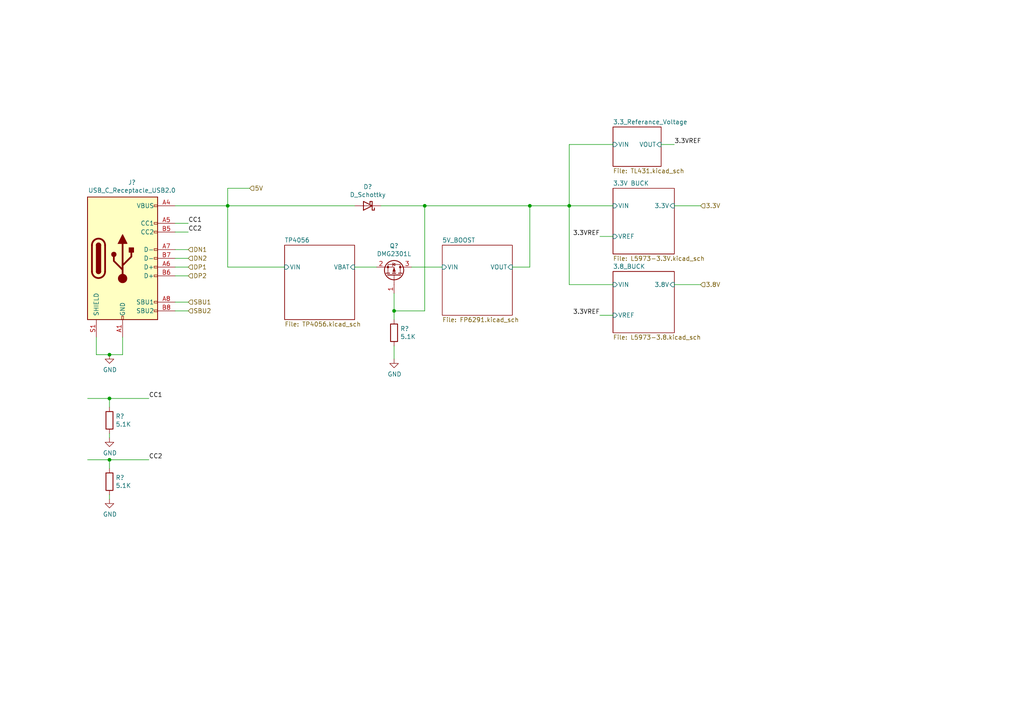
<source format=kicad_sch>
(kicad_sch (version 20230121) (generator eeschema)
  (paper "A4")
  (lib_symbols
    (symbol "Connector:USB_C_Receptacle_USB2.0" (pin_names (offset 1.016))
      (property "Reference" "J" (at -10.16 19.05 0))
      (property "Value" "USB_C_Receptacle_USB2.0" (at 19.05 19.05 0))
      (symbol "USB_C_Receptacle_USB2.0_0_0"
        (rectangle (start -0.254 -17.78) (end 0.254 -16.764))
        (rectangle (start 10.16 -14.986) (end 9.144 -15.494))
        (rectangle (start 10.16 -12.446) (end 9.144 -12.954))
        (rectangle (start 10.16 -4.826) (end 9.144 -5.334))
        (rectangle (start 10.16 -2.286) (end 9.144 -2.794))
        (rectangle (start 10.16 0.254) (end 9.144 -0.254))
        (rectangle (start 10.16 2.794) (end 9.144 2.286))
        (rectangle (start 10.16 7.874) (end 9.144 7.366))
        (rectangle (start 10.16 10.414) (end 9.144 9.906))
        (rectangle (start 10.16 15.494) (end 9.144 14.986))
      )
      (symbol "USB_C_Receptacle_USB2.0_0_1"
        (rectangle (start -10.16 17.78) (end 10.16 -17.78) (stroke (width 0.254)) (fill (type background)))
        (arc (start -8.89 -3.81) (mid -6.985 -5.7067) (end -5.08 -3.81) (stroke (width 0.508)))
        (arc (start -7.62 -3.81) (mid -6.985 -4.4423) (end -6.35 -3.81) (stroke (width 0.254)))
        (arc (start -7.62 -3.81) (mid -6.985 -4.4423) (end -6.35 -3.81) (stroke (width 0.254)) (fill (type outline)))
        (rectangle (start -7.62 -3.81) (end -6.35 3.81) (stroke (width 0.254)) (fill (type outline)))
        (arc (start -6.35 3.81) (mid -6.985 4.4423) (end -7.62 3.81) (stroke (width 0.254)))
        (arc (start -6.35 3.81) (mid -6.985 4.4423) (end -7.62 3.81) (stroke (width 0.254)) (fill (type outline)))
        (arc (start -5.08 3.81) (mid -6.985 5.7067) (end -8.89 3.81) (stroke (width 0.508)))
        (circle (center -2.54 1.143) (radius 0.635) (stroke (width 0.254)) (fill (type outline)))
        (circle (center 0 -5.842) (radius 1.27) (fill (type outline)))
        (polyline (pts (xy -8.89 -3.81) (xy -8.89 3.81)) (stroke (width 0.508)))
        (polyline (pts (xy -5.08 3.81) (xy -5.08 -3.81)) (stroke (width 0.508)))
        (polyline (pts (xy 0 -5.842) (xy 0 4.318)) (stroke (width 0.508)))
        (polyline (pts (xy 0 -3.302) (xy -2.54 -0.762) (xy -2.54 0.508)) (stroke (width 0.508)))
        (polyline (pts (xy 0 -2.032) (xy 2.54 0.508) (xy 2.54 1.778)) (stroke (width 0.508)))
        (polyline (pts (xy -1.27 4.318) (xy 0 6.858) (xy 1.27 4.318) (xy -1.27 4.318)) (stroke (width 0.254)) (fill (type outline)))
        (rectangle (start 1.905 1.778) (end 3.175 3.048) (stroke (width 0.254)) (fill (type outline)))
      )
      (symbol "USB_C_Receptacle_USB2.0_1_1"
        (pin passive line (at 0 -22.86 90) (length 5.08) (name "GND") (number "A1"))
        (pin passive line (at 0 -22.86 90) (length 5.08) hide (name "GND") (number "A12"))
        (pin passive line (at 15.24 15.24 180) (length 5.08) (name "VBUS") (number "A4"))
        (pin bidirectional line (at 15.24 10.16 180) (length 5.08) (name "CC1") (number "A5"))
        (pin bidirectional line (at 15.24 -2.54 180) (length 5.08) (name "D+") (number "A6"))
        (pin bidirectional line (at 15.24 2.54 180) (length 5.08) (name "D-") (number "A7"))
        (pin bidirectional line (at 15.24 -12.7 180) (length 5.08) (name "SBU1") (number "A8"))
        (pin passive line (at 15.24 15.24 180) (length 5.08) hide (name "VBUS") (number "A9"))
        (pin passive line (at 0 -22.86 90) (length 5.08) hide (name "GND") (number "B1"))
        (pin passive line (at 0 -22.86 90) (length 5.08) hide (name "GND") (number "B12"))
        (pin passive line (at 15.24 15.24 180) (length 5.08) hide (name "VBUS") (number "B4"))
        (pin bidirectional line (at 15.24 7.62 180) (length 5.08) (name "CC2") (number "B5"))
        (pin bidirectional line (at 15.24 -5.08 180) (length 5.08) (name "D+") (number "B6"))
        (pin bidirectional line (at 15.24 0 180) (length 5.08) (name "D-") (number "B7"))
        (pin bidirectional line (at 15.24 -15.24 180) (length 5.08) (name "SBU2") (number "B8"))
        (pin passive line (at 15.24 15.24 180) (length 5.08) hide (name "VBUS") (number "B9"))
        (pin passive line (at -7.62 -22.86 90) (length 5.08) (name "SHIELD") (number "S1"))
      )
    )
    (symbol "Device:D_Schottky" (pin_numbers hide) (pin_names (offset 1.016) hide)
      (property "Reference" "D" (at 0 2.54 0))
      (property "Value" "D_Schottky" (at 0 -2.54 0))
      (symbol "D_Schottky_0_1"
        (polyline (pts (xy 1.27 0) (xy -1.27 0)))
        (polyline (pts (xy 1.27 1.27) (xy 1.27 -1.27) (xy -1.27 0) (xy 1.27 1.27)) (stroke (width 0.254)))
        (polyline (pts (xy -1.905 0.635) (xy -1.905 1.27) (xy -1.27 1.27) (xy -1.27 -1.27) (xy -0.635 -1.27) (xy -0.635 -0.635)) (stroke (width 0.254)))
      )
      (symbol "D_Schottky_1_1"
        (pin passive line (at -3.81 0 0) (length 2.54) (name "K") (number "1"))
        (pin passive line (at 3.81 0 180) (length 2.54) (name "A") (number "2"))
      )
    )
    (symbol "Device:R" (pin_numbers hide) (pin_names (offset 0))
      (property "Reference" "R" (at 2.032 0 90))
      (property "Value" "R" (at 0 0 90))
      (symbol "R_0_1"
        (rectangle (start -1.016 -2.54) (end 1.016 2.54) (stroke (width 0.254)))
      )
      (symbol "R_1_1"
        (pin passive line (at 0 3.81 270) (length 1.27) (name "~") (number "1"))
        (pin passive line (at 0 -3.81 90) (length 1.27) (name "~") (number "2"))
      )
    )
    (symbol "Transistor_FET:DMG2301L" (pin_names hide)
      (property "Reference" "Q" (at 5.08 1.905 0))
      (property "Value" "DMG2301L" (at 5.08 0 0))
      (symbol "DMG2301L_0_1"
        (polyline (pts (xy 0.254 0) (xy -2.54 0)))
        (polyline (pts (xy 0.254 1.905) (xy 0.254 -1.905)) (stroke (width 0.254)))
        (polyline (pts (xy 0.762 -1.27) (xy 0.762 -2.286)) (stroke (width 0.254)))
        (polyline (pts (xy 0.762 0.508) (xy 0.762 -0.508)) (stroke (width 0.254)))
        (polyline (pts (xy 0.762 2.286) (xy 0.762 1.27)) (stroke (width 0.254)))
        (polyline (pts (xy 2.54 2.54) (xy 2.54 1.778)))
        (polyline (pts (xy 2.54 -2.54) (xy 2.54 0) (xy 0.762 0)))
        (polyline (pts (xy 0.762 1.778) (xy 3.302 1.778) (xy 3.302 -1.778) (xy 0.762 -1.778)))
        (polyline (pts (xy 2.286 0) (xy 1.27 0.381) (xy 1.27 -0.381) (xy 2.286 0)) (fill (type outline)))
        (polyline (pts (xy 2.794 -0.508) (xy 2.921 -0.381) (xy 3.683 -0.381) (xy 3.81 -0.254)))
        (polyline (pts (xy 3.302 -0.381) (xy 2.921 0.254) (xy 3.683 0.254) (xy 3.302 -0.381)))
        (circle (center 1.651 0) (radius 2.794) (stroke (width 0.254)))
        (circle (center 2.54 -1.778) (radius 0.254) (fill (type outline)))
        (circle (center 2.54 1.778) (radius 0.254) (fill (type outline)))
      )
      (symbol "DMG2301L_1_1"
        (pin input line (at -5.08 0 0) (length 2.54) (name "G") (number "1"))
        (pin passive line (at 2.54 -5.08 90) (length 2.54) (name "S") (number "2"))
        (pin passive line (at 2.54 5.08 270) (length 2.54) (name "D") (number "3"))
      )
    )
    (symbol "power:GND" (power) (pin_names (offset 0))
      (property "Value" "GND" (at 0 -3.81 0))
      (symbol "GND_0_1"
        (polyline (pts (xy 0 0) (xy 0 -1.27) (xy 1.27 -1.27) (xy 0 -2.54) (xy -1.27 -1.27) (xy 0 -1.27)))
      )
      (symbol "GND_1_1"
        (pin power_in line (at 0 0 270) (length 0) hide (name "GND") (number "1"))
      )
    )
  )
  (junction (at 123.19 59.69))
  (junction (at 165.1 59.69))
  (junction (at 31.75 133.35))
  (junction (at 153.67 59.69))
  (junction (at 31.75 115.57))
  (junction (at 31.75 102.87))
  (junction (at 114.3 90.17))
  (junction (at 66.04 59.69))
  (wire (pts (xy 66.04 59.69) (xy 102.87 59.69)))
  (wire (pts (xy 50.8 72.39) (xy 54.61 72.39)))
  (wire (pts (xy 31.75 115.57) (xy 43.18 115.57)))
  (wire (pts (xy 165.1 59.69) (xy 177.8 59.69)))
  (wire (pts (xy 25.4 133.35) (xy 31.75 133.35)))
  (wire (pts (xy 50.8 67.31) (xy 54.61 67.31)))
  (wire (pts (xy 177.8 68.58) (xy 173.99 68.58)))
  (wire (pts (xy 31.75 125.73) (xy 31.75 127)))
  (wire (pts (xy 195.58 59.69) (xy 203.2 59.69)))
  (wire (pts (xy 50.8 87.63) (xy 54.61 87.63)))
  (wire (pts (xy 31.75 102.87) (xy 35.56 102.87)))
  (wire (pts (xy 50.8 59.69) (xy 66.04 59.69)))
  (wire (pts (xy 165.1 59.69) (xy 165.1 82.55)))
  (wire (pts (xy 153.67 77.47) (xy 153.67 59.69)))
  (wire (pts (xy 123.19 90.17) (xy 114.3 90.17)))
  (wire (pts (xy 31.75 144.78) (xy 31.75 143.51)))
  (wire (pts (xy 114.3 104.14) (xy 114.3 100.33)))
  (wire (pts (xy 177.8 41.91) (xy 165.1 41.91)))
  (wire (pts (xy 35.56 97.79) (xy 35.56 102.87)))
  (wire (pts (xy 31.75 135.89) (xy 31.75 133.35)))
  (wire (pts (xy 50.8 64.77) (xy 54.61 64.77)))
  (wire (pts (xy 31.75 118.11) (xy 31.75 115.57)))
  (wire (pts (xy 119.38 77.47) (xy 128.27 77.47)))
  (wire (pts (xy 50.8 80.01) (xy 54.61 80.01)))
  (wire (pts (xy 27.94 97.79) (xy 27.94 102.87)))
  (wire (pts (xy 148.59 77.47) (xy 153.67 77.47)))
  (wire (pts (xy 31.75 133.35) (xy 43.18 133.35)))
  (wire (pts (xy 50.8 74.93) (xy 54.61 74.93)))
  (wire (pts (xy 50.8 77.47) (xy 54.61 77.47)))
  (wire (pts (xy 110.49 59.69) (xy 123.19 59.69)))
  (wire (pts (xy 114.3 90.17) (xy 114.3 92.71)))
  (wire (pts (xy 66.04 59.69) (xy 66.04 54.61)))
  (wire (pts (xy 123.19 59.69) (xy 153.67 59.69)))
  (wire (pts (xy 195.58 82.55) (xy 203.2 82.55)))
  (wire (pts (xy 102.87 77.47) (xy 109.22 77.47)))
  (wire (pts (xy 27.94 102.87) (xy 31.75 102.87)))
  (wire (pts (xy 153.67 59.69) (xy 165.1 59.69)))
  (wire (pts (xy 114.3 90.17) (xy 114.3 85.09)))
  (wire (pts (xy 66.04 77.47) (xy 82.55 77.47)))
  (wire (pts (xy 123.19 59.69) (xy 123.19 90.17)))
  (wire (pts (xy 177.8 91.44) (xy 173.99 91.44)))
  (wire (pts (xy 66.04 54.61) (xy 72.39 54.61)))
  (wire (pts (xy 66.04 59.69) (xy 66.04 77.47)))
  (wire (pts (xy 50.8 90.17) (xy 54.61 90.17)))
  (wire (pts (xy 191.77 41.91) (xy 195.58 41.91)))
  (wire (pts (xy 165.1 82.55) (xy 177.8 82.55)))
  (wire (pts (xy 165.1 41.91) (xy 165.1 59.69)))
  (wire (pts (xy 25.4 115.57) (xy 31.75 115.57)))
  (label "CC2" (at 54.61 67.31 0))
  (label "3.3VREF" (at 173.99 91.44 180))
  (label "CC1" (at 54.61 64.77 0))
  (label "3.3VREF" (at 173.99 68.58 180))
  (label "3.3VREF" (at 195.58 41.91 0))
  (label "CC2" (at 43.18 133.35 0))
  (label "CC1" (at 43.18 115.57 0))
  (hierarchical_label "3.3V" (shape input) (at 203.2 59.69 0))
  (hierarchical_label "DP1" (shape input) (at 54.61 77.47 0))
  (hierarchical_label "3.8V" (shape input) (at 203.2 82.55 0))
  (hierarchical_label "SBU1" (shape input) (at 54.61 87.63 0))
  (hierarchical_label "DN2" (shape input) (at 54.61 74.93 0))
  (hierarchical_label "5V" (shape input) (at 72.39 54.61 0))
  (hierarchical_label "DP2" (shape input) (at 54.61 80.01 0))
  (hierarchical_label "DN1" (shape input) (at 54.61 72.39 0))
  (hierarchical_label "SBU2" (shape input) (at 54.61 90.17 0))
  (symbol (lib_id "Connector:USB_C_Receptacle_USB2.0") (at 35.56 74.93 0) (unit 1)
    (property "Reference" "J?" (at 38.2778 52.9082 0))
    (property "Value" "USB_C_Receptacle_USB2.0" (at 38.2778 55.2196 0))
    (property "Datasheet" "https://www.usb.org/sites/default/files/documents/usb_type-c.zip" (effects hide))
  )
  (symbol (lib_id "Transistor_FET:DMG2301L") (at 114.3 80.01 270) (mirror x) (unit 1)
    (property "Reference" "Q?" (at 114.3 71.3232 90))
    (property "Value" "DMG2301L" (at 114.3 73.6346 90))
    (property "Footprint" "Package_TO_SOT_SMD:SOT-23" (effects hide))
    (property "Datasheet" "https://www.diodes.com/assets/Datasheets/DMG2301L.pdf" (effects hide))
  )
  (symbol (lib_id "Device:D_Schottky") (at 106.68 59.69 180) (unit 1)
    (property "Reference" "D?" (at 106.68 54.1782 0))
    (property "Value" "D_Schottky" (at 106.68 56.4896 0))
  )
  (symbol (lib_id "Device:R") (at 114.3 96.52 0) (unit 1)
    (property "Reference" "R?" (at 116.078 95.3516 0) (effects (justify left)))
    (property "Value" "5.1K" (at 116.078 97.663 0) (effects (justify left)))
  )
  (symbol (lib_id "power:GND") (at 114.3 104.14 0) (unit 1)
    (property "Reference" "#PWR?" (effects hide))
    (property "Value" "GND" (at 114.427 108.5342 0))
  )
  (symbol (lib_id "power:GND") (at 31.75 102.87 0) (unit 1)
    (property "Reference" "#PWR?" (effects hide))
    (property "Value" "GND" (at 31.877 107.2642 0))
  )
  (symbol (lib_id "Device:R") (at 31.75 121.92 0) (unit 1)
    (property "Reference" "R?" (at 33.528 120.7516 0) (effects (justify left)))
    (property "Value" "5.1K" (at 33.528 123.063 0) (effects (justify left)))
  )
  (symbol (lib_id "Device:R") (at 31.75 139.7 0) (unit 1)
    (property "Reference" "R?" (at 33.528 138.5316 0) (effects (justify left)))
    (property "Value" "5.1K" (at 33.528 140.843 0) (effects (justify left)))
  )
  (symbol (lib_id "power:GND") (at 31.75 127 0) (unit 1)
    (property "Reference" "#PWR?" (effects hide))
    (property "Value" "GND" (at 31.877 131.3942 0))
  )
  (symbol (lib_id "power:GND") (at 31.75 144.78 0) (unit 1)
    (property "Reference" "#PWR?" (effects hide))
    (property "Value" "GND" (at 31.877 149.1742 0))
  )
  (sheet (at 82.55 71.12) (size 20.32 21.59)
    (property "Sheetname" "TP4056" (at 82.55 70.4084 0) (effects (justify left bottom)))
    (property "Sheetfile" "TP4056.kicad_sch" (at 82.55 93.2946 0) (effects (justify left top)))
    (pin "VBAT" input (at 102.87 77.47 0))
    (pin "VIN" input (at 82.55 77.47 180))
  )
  (sheet (at 128.27 71.12) (size 20.32 20.32)
    (property "Sheetname" "5V_BOOST" (at 128.27 70.4084 0) (effects (justify left bottom)))
    (property "Sheetfile" "FP6291.kicad_sch" (at 128.27 92.0246 0) (effects (justify left top)))
    (pin "VIN" input (at 128.27 77.47 180))
    (pin "VOUT" input (at 148.59 77.47 0))
  )
  (sheet (at 177.8 54.61) (size 17.78 19.05)
    (property "Sheetname" "3.3V BUCK" (at 177.8 53.8984 0) (effects (justify left bottom)))
    (property "Sheetfile" "L5973-3.3V.kicad_sch" (at 177.8 74.2446 0) (effects (justify left top)))
    (pin "3.3V" input (at 195.58 59.69 0))
    (pin "VIN" input (at 177.8 59.69 180))
    (pin "VREF" input (at 177.8 68.58 180))
  )
  (sheet (at 177.8 36.83) (size 13.97 11.43)
    (property "Sheetname" "3.3_Referance_Voltage" (at 177.8 36.1184 0) (effects (justify left bottom)))
    (property "Sheetfile" "TL431.kicad_sch" (at 177.8 48.8446 0) (effects (justify left top)))
    (pin "VIN" input (at 177.8 41.91 180))
    (pin "VOUT" input (at 191.77 41.91 0))
  )
  (sheet (at 177.8 78.74) (size 17.78 17.78)
    (property "Sheetname" "3.8_BUCK" (at 177.8 78.0284 0) (effects (justify left bottom)))
    (property "Sheetfile" "L5973-3.8.kicad_sch" (at 177.8 97.1046 0) (effects (justify left top)))
    (pin "3.8V" input (at 195.58 82.55 0))
    (pin "VIN" input (at 177.8 82.55 180))
    (pin "VREF" input (at 177.8 91.44 180))
  )
)
</source>
